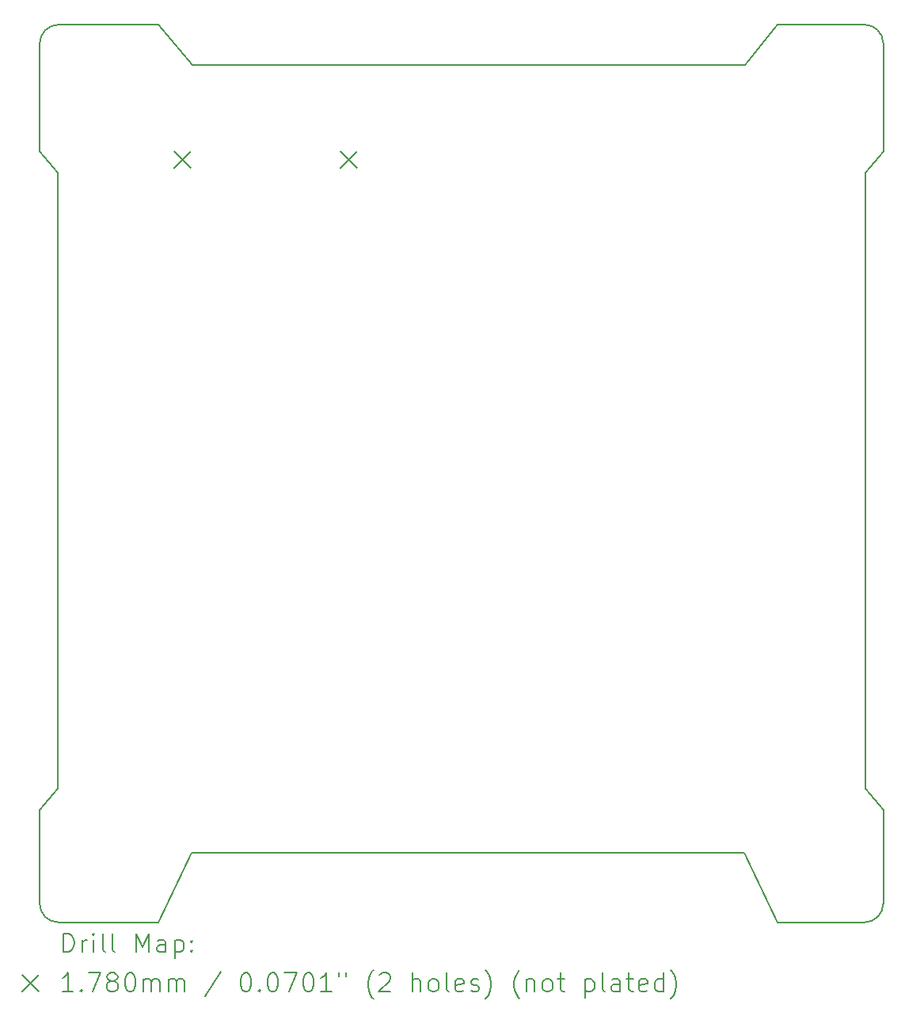
<source format=gbr>
%TF.GenerationSoftware,KiCad,Pcbnew,8.0.8*%
%TF.CreationDate,2025-03-18T17:19:40-07:00*%
%TF.ProjectId,MPPT_addon_board,4d505054-5f61-4646-946f-6e5f626f6172,1.4*%
%TF.SameCoordinates,Original*%
%TF.FileFunction,Drillmap*%
%TF.FilePolarity,Positive*%
%FSLAX45Y45*%
G04 Gerber Fmt 4.5, Leading zero omitted, Abs format (unit mm)*
G04 Created by KiCad (PCBNEW 8.0.8) date 2025-03-18 17:19:40*
%MOMM*%
%LPD*%
G01*
G04 APERTURE LIST*
%ADD10C,0.150000*%
%ADD11C,0.200000*%
%ADD12C,0.178000*%
G04 APERTURE END LIST*
D10*
X18850000Y-5450000D02*
X18850000Y-6600000D01*
X18660000Y-6830000D02*
X18660000Y-13410000D01*
X18650000Y-5250000D02*
G75*
G02*
X18850000Y-5450000I0J-200000D01*
G01*
X18850000Y-13640000D02*
X18850000Y-14640000D01*
X18650000Y-5250000D02*
X17720000Y-5250000D01*
X11100000Y-5250000D02*
X10030000Y-5250000D01*
X17360000Y-14100000D02*
X17720000Y-14840000D01*
X9830000Y-13640000D02*
X9830000Y-14640000D01*
X9830000Y-5450000D02*
X9830000Y-6600000D01*
X18660000Y-6830000D02*
X18850000Y-6600000D01*
X11450000Y-14100000D02*
X11100000Y-14840000D01*
X11460000Y-5680000D02*
X17370000Y-5680000D01*
X18660000Y-13410000D02*
X18850000Y-13640000D01*
X10020000Y-6830000D02*
X9830000Y-6600000D01*
X17720000Y-5250000D02*
X17370000Y-5680000D01*
X11460000Y-5680000D02*
X11100000Y-5250000D01*
X9830000Y-5450000D02*
G75*
G02*
X10030000Y-5250000I200000J0D01*
G01*
X10020000Y-13410000D02*
X10020000Y-6830000D01*
X10030000Y-14840000D02*
G75*
G02*
X9830000Y-14640000I0J200000D01*
G01*
X17360000Y-14100000D02*
X11450000Y-14100000D01*
X11100000Y-14840000D02*
X10030000Y-14840000D01*
X18650000Y-14840000D02*
X17720000Y-14840000D01*
X10020000Y-13410000D02*
X9830000Y-13640000D01*
X18850000Y-14640000D02*
G75*
G02*
X18650000Y-14840000I-200000J0D01*
G01*
D11*
D12*
X11265000Y-6606000D02*
X11443000Y-6784000D01*
X11443000Y-6606000D02*
X11265000Y-6784000D01*
X13043000Y-6606000D02*
X13221000Y-6784000D01*
X13221000Y-6606000D02*
X13043000Y-6784000D01*
D11*
X10083277Y-15158984D02*
X10083277Y-14958984D01*
X10083277Y-14958984D02*
X10130896Y-14958984D01*
X10130896Y-14958984D02*
X10159467Y-14968508D01*
X10159467Y-14968508D02*
X10178515Y-14987555D01*
X10178515Y-14987555D02*
X10188039Y-15006603D01*
X10188039Y-15006603D02*
X10197563Y-15044698D01*
X10197563Y-15044698D02*
X10197563Y-15073269D01*
X10197563Y-15073269D02*
X10188039Y-15111365D01*
X10188039Y-15111365D02*
X10178515Y-15130412D01*
X10178515Y-15130412D02*
X10159467Y-15149460D01*
X10159467Y-15149460D02*
X10130896Y-15158984D01*
X10130896Y-15158984D02*
X10083277Y-15158984D01*
X10283277Y-15158984D02*
X10283277Y-15025650D01*
X10283277Y-15063746D02*
X10292801Y-15044698D01*
X10292801Y-15044698D02*
X10302324Y-15035174D01*
X10302324Y-15035174D02*
X10321372Y-15025650D01*
X10321372Y-15025650D02*
X10340420Y-15025650D01*
X10407086Y-15158984D02*
X10407086Y-15025650D01*
X10407086Y-14958984D02*
X10397563Y-14968508D01*
X10397563Y-14968508D02*
X10407086Y-14978031D01*
X10407086Y-14978031D02*
X10416610Y-14968508D01*
X10416610Y-14968508D02*
X10407086Y-14958984D01*
X10407086Y-14958984D02*
X10407086Y-14978031D01*
X10530896Y-15158984D02*
X10511848Y-15149460D01*
X10511848Y-15149460D02*
X10502324Y-15130412D01*
X10502324Y-15130412D02*
X10502324Y-14958984D01*
X10635658Y-15158984D02*
X10616610Y-15149460D01*
X10616610Y-15149460D02*
X10607086Y-15130412D01*
X10607086Y-15130412D02*
X10607086Y-14958984D01*
X10864229Y-15158984D02*
X10864229Y-14958984D01*
X10864229Y-14958984D02*
X10930896Y-15101841D01*
X10930896Y-15101841D02*
X10997563Y-14958984D01*
X10997563Y-14958984D02*
X10997563Y-15158984D01*
X11178515Y-15158984D02*
X11178515Y-15054222D01*
X11178515Y-15054222D02*
X11168991Y-15035174D01*
X11168991Y-15035174D02*
X11149944Y-15025650D01*
X11149944Y-15025650D02*
X11111848Y-15025650D01*
X11111848Y-15025650D02*
X11092801Y-15035174D01*
X11178515Y-15149460D02*
X11159467Y-15158984D01*
X11159467Y-15158984D02*
X11111848Y-15158984D01*
X11111848Y-15158984D02*
X11092801Y-15149460D01*
X11092801Y-15149460D02*
X11083277Y-15130412D01*
X11083277Y-15130412D02*
X11083277Y-15111365D01*
X11083277Y-15111365D02*
X11092801Y-15092317D01*
X11092801Y-15092317D02*
X11111848Y-15082793D01*
X11111848Y-15082793D02*
X11159467Y-15082793D01*
X11159467Y-15082793D02*
X11178515Y-15073269D01*
X11273753Y-15025650D02*
X11273753Y-15225650D01*
X11273753Y-15035174D02*
X11292801Y-15025650D01*
X11292801Y-15025650D02*
X11330896Y-15025650D01*
X11330896Y-15025650D02*
X11349943Y-15035174D01*
X11349943Y-15035174D02*
X11359467Y-15044698D01*
X11359467Y-15044698D02*
X11368991Y-15063746D01*
X11368991Y-15063746D02*
X11368991Y-15120888D01*
X11368991Y-15120888D02*
X11359467Y-15139936D01*
X11359467Y-15139936D02*
X11349943Y-15149460D01*
X11349943Y-15149460D02*
X11330896Y-15158984D01*
X11330896Y-15158984D02*
X11292801Y-15158984D01*
X11292801Y-15158984D02*
X11273753Y-15149460D01*
X11454705Y-15139936D02*
X11464229Y-15149460D01*
X11464229Y-15149460D02*
X11454705Y-15158984D01*
X11454705Y-15158984D02*
X11445182Y-15149460D01*
X11445182Y-15149460D02*
X11454705Y-15139936D01*
X11454705Y-15139936D02*
X11454705Y-15158984D01*
X11454705Y-15035174D02*
X11464229Y-15044698D01*
X11464229Y-15044698D02*
X11454705Y-15054222D01*
X11454705Y-15054222D02*
X11445182Y-15044698D01*
X11445182Y-15044698D02*
X11454705Y-15035174D01*
X11454705Y-15035174D02*
X11454705Y-15054222D01*
D12*
X9644500Y-15398500D02*
X9822500Y-15576500D01*
X9822500Y-15398500D02*
X9644500Y-15576500D01*
D11*
X10188039Y-15578984D02*
X10073753Y-15578984D01*
X10130896Y-15578984D02*
X10130896Y-15378984D01*
X10130896Y-15378984D02*
X10111848Y-15407555D01*
X10111848Y-15407555D02*
X10092801Y-15426603D01*
X10092801Y-15426603D02*
X10073753Y-15436127D01*
X10273753Y-15559936D02*
X10283277Y-15569460D01*
X10283277Y-15569460D02*
X10273753Y-15578984D01*
X10273753Y-15578984D02*
X10264229Y-15569460D01*
X10264229Y-15569460D02*
X10273753Y-15559936D01*
X10273753Y-15559936D02*
X10273753Y-15578984D01*
X10349944Y-15378984D02*
X10483277Y-15378984D01*
X10483277Y-15378984D02*
X10397563Y-15578984D01*
X10588039Y-15464698D02*
X10568991Y-15455174D01*
X10568991Y-15455174D02*
X10559467Y-15445650D01*
X10559467Y-15445650D02*
X10549944Y-15426603D01*
X10549944Y-15426603D02*
X10549944Y-15417079D01*
X10549944Y-15417079D02*
X10559467Y-15398031D01*
X10559467Y-15398031D02*
X10568991Y-15388508D01*
X10568991Y-15388508D02*
X10588039Y-15378984D01*
X10588039Y-15378984D02*
X10626134Y-15378984D01*
X10626134Y-15378984D02*
X10645182Y-15388508D01*
X10645182Y-15388508D02*
X10654705Y-15398031D01*
X10654705Y-15398031D02*
X10664229Y-15417079D01*
X10664229Y-15417079D02*
X10664229Y-15426603D01*
X10664229Y-15426603D02*
X10654705Y-15445650D01*
X10654705Y-15445650D02*
X10645182Y-15455174D01*
X10645182Y-15455174D02*
X10626134Y-15464698D01*
X10626134Y-15464698D02*
X10588039Y-15464698D01*
X10588039Y-15464698D02*
X10568991Y-15474222D01*
X10568991Y-15474222D02*
X10559467Y-15483746D01*
X10559467Y-15483746D02*
X10549944Y-15502793D01*
X10549944Y-15502793D02*
X10549944Y-15540888D01*
X10549944Y-15540888D02*
X10559467Y-15559936D01*
X10559467Y-15559936D02*
X10568991Y-15569460D01*
X10568991Y-15569460D02*
X10588039Y-15578984D01*
X10588039Y-15578984D02*
X10626134Y-15578984D01*
X10626134Y-15578984D02*
X10645182Y-15569460D01*
X10645182Y-15569460D02*
X10654705Y-15559936D01*
X10654705Y-15559936D02*
X10664229Y-15540888D01*
X10664229Y-15540888D02*
X10664229Y-15502793D01*
X10664229Y-15502793D02*
X10654705Y-15483746D01*
X10654705Y-15483746D02*
X10645182Y-15474222D01*
X10645182Y-15474222D02*
X10626134Y-15464698D01*
X10788039Y-15378984D02*
X10807086Y-15378984D01*
X10807086Y-15378984D02*
X10826134Y-15388508D01*
X10826134Y-15388508D02*
X10835658Y-15398031D01*
X10835658Y-15398031D02*
X10845182Y-15417079D01*
X10845182Y-15417079D02*
X10854705Y-15455174D01*
X10854705Y-15455174D02*
X10854705Y-15502793D01*
X10854705Y-15502793D02*
X10845182Y-15540888D01*
X10845182Y-15540888D02*
X10835658Y-15559936D01*
X10835658Y-15559936D02*
X10826134Y-15569460D01*
X10826134Y-15569460D02*
X10807086Y-15578984D01*
X10807086Y-15578984D02*
X10788039Y-15578984D01*
X10788039Y-15578984D02*
X10768991Y-15569460D01*
X10768991Y-15569460D02*
X10759467Y-15559936D01*
X10759467Y-15559936D02*
X10749944Y-15540888D01*
X10749944Y-15540888D02*
X10740420Y-15502793D01*
X10740420Y-15502793D02*
X10740420Y-15455174D01*
X10740420Y-15455174D02*
X10749944Y-15417079D01*
X10749944Y-15417079D02*
X10759467Y-15398031D01*
X10759467Y-15398031D02*
X10768991Y-15388508D01*
X10768991Y-15388508D02*
X10788039Y-15378984D01*
X10940420Y-15578984D02*
X10940420Y-15445650D01*
X10940420Y-15464698D02*
X10949944Y-15455174D01*
X10949944Y-15455174D02*
X10968991Y-15445650D01*
X10968991Y-15445650D02*
X10997563Y-15445650D01*
X10997563Y-15445650D02*
X11016610Y-15455174D01*
X11016610Y-15455174D02*
X11026134Y-15474222D01*
X11026134Y-15474222D02*
X11026134Y-15578984D01*
X11026134Y-15474222D02*
X11035658Y-15455174D01*
X11035658Y-15455174D02*
X11054705Y-15445650D01*
X11054705Y-15445650D02*
X11083277Y-15445650D01*
X11083277Y-15445650D02*
X11102325Y-15455174D01*
X11102325Y-15455174D02*
X11111848Y-15474222D01*
X11111848Y-15474222D02*
X11111848Y-15578984D01*
X11207086Y-15578984D02*
X11207086Y-15445650D01*
X11207086Y-15464698D02*
X11216610Y-15455174D01*
X11216610Y-15455174D02*
X11235658Y-15445650D01*
X11235658Y-15445650D02*
X11264229Y-15445650D01*
X11264229Y-15445650D02*
X11283277Y-15455174D01*
X11283277Y-15455174D02*
X11292801Y-15474222D01*
X11292801Y-15474222D02*
X11292801Y-15578984D01*
X11292801Y-15474222D02*
X11302324Y-15455174D01*
X11302324Y-15455174D02*
X11321372Y-15445650D01*
X11321372Y-15445650D02*
X11349943Y-15445650D01*
X11349943Y-15445650D02*
X11368991Y-15455174D01*
X11368991Y-15455174D02*
X11378515Y-15474222D01*
X11378515Y-15474222D02*
X11378515Y-15578984D01*
X11768991Y-15369460D02*
X11597563Y-15626603D01*
X12026134Y-15378984D02*
X12045182Y-15378984D01*
X12045182Y-15378984D02*
X12064229Y-15388508D01*
X12064229Y-15388508D02*
X12073753Y-15398031D01*
X12073753Y-15398031D02*
X12083277Y-15417079D01*
X12083277Y-15417079D02*
X12092801Y-15455174D01*
X12092801Y-15455174D02*
X12092801Y-15502793D01*
X12092801Y-15502793D02*
X12083277Y-15540888D01*
X12083277Y-15540888D02*
X12073753Y-15559936D01*
X12073753Y-15559936D02*
X12064229Y-15569460D01*
X12064229Y-15569460D02*
X12045182Y-15578984D01*
X12045182Y-15578984D02*
X12026134Y-15578984D01*
X12026134Y-15578984D02*
X12007086Y-15569460D01*
X12007086Y-15569460D02*
X11997563Y-15559936D01*
X11997563Y-15559936D02*
X11988039Y-15540888D01*
X11988039Y-15540888D02*
X11978515Y-15502793D01*
X11978515Y-15502793D02*
X11978515Y-15455174D01*
X11978515Y-15455174D02*
X11988039Y-15417079D01*
X11988039Y-15417079D02*
X11997563Y-15398031D01*
X11997563Y-15398031D02*
X12007086Y-15388508D01*
X12007086Y-15388508D02*
X12026134Y-15378984D01*
X12178515Y-15559936D02*
X12188039Y-15569460D01*
X12188039Y-15569460D02*
X12178515Y-15578984D01*
X12178515Y-15578984D02*
X12168991Y-15569460D01*
X12168991Y-15569460D02*
X12178515Y-15559936D01*
X12178515Y-15559936D02*
X12178515Y-15578984D01*
X12311848Y-15378984D02*
X12330896Y-15378984D01*
X12330896Y-15378984D02*
X12349944Y-15388508D01*
X12349944Y-15388508D02*
X12359467Y-15398031D01*
X12359467Y-15398031D02*
X12368991Y-15417079D01*
X12368991Y-15417079D02*
X12378515Y-15455174D01*
X12378515Y-15455174D02*
X12378515Y-15502793D01*
X12378515Y-15502793D02*
X12368991Y-15540888D01*
X12368991Y-15540888D02*
X12359467Y-15559936D01*
X12359467Y-15559936D02*
X12349944Y-15569460D01*
X12349944Y-15569460D02*
X12330896Y-15578984D01*
X12330896Y-15578984D02*
X12311848Y-15578984D01*
X12311848Y-15578984D02*
X12292801Y-15569460D01*
X12292801Y-15569460D02*
X12283277Y-15559936D01*
X12283277Y-15559936D02*
X12273753Y-15540888D01*
X12273753Y-15540888D02*
X12264229Y-15502793D01*
X12264229Y-15502793D02*
X12264229Y-15455174D01*
X12264229Y-15455174D02*
X12273753Y-15417079D01*
X12273753Y-15417079D02*
X12283277Y-15398031D01*
X12283277Y-15398031D02*
X12292801Y-15388508D01*
X12292801Y-15388508D02*
X12311848Y-15378984D01*
X12445182Y-15378984D02*
X12578515Y-15378984D01*
X12578515Y-15378984D02*
X12492801Y-15578984D01*
X12692801Y-15378984D02*
X12711848Y-15378984D01*
X12711848Y-15378984D02*
X12730896Y-15388508D01*
X12730896Y-15388508D02*
X12740420Y-15398031D01*
X12740420Y-15398031D02*
X12749944Y-15417079D01*
X12749944Y-15417079D02*
X12759467Y-15455174D01*
X12759467Y-15455174D02*
X12759467Y-15502793D01*
X12759467Y-15502793D02*
X12749944Y-15540888D01*
X12749944Y-15540888D02*
X12740420Y-15559936D01*
X12740420Y-15559936D02*
X12730896Y-15569460D01*
X12730896Y-15569460D02*
X12711848Y-15578984D01*
X12711848Y-15578984D02*
X12692801Y-15578984D01*
X12692801Y-15578984D02*
X12673753Y-15569460D01*
X12673753Y-15569460D02*
X12664229Y-15559936D01*
X12664229Y-15559936D02*
X12654706Y-15540888D01*
X12654706Y-15540888D02*
X12645182Y-15502793D01*
X12645182Y-15502793D02*
X12645182Y-15455174D01*
X12645182Y-15455174D02*
X12654706Y-15417079D01*
X12654706Y-15417079D02*
X12664229Y-15398031D01*
X12664229Y-15398031D02*
X12673753Y-15388508D01*
X12673753Y-15388508D02*
X12692801Y-15378984D01*
X12949944Y-15578984D02*
X12835658Y-15578984D01*
X12892801Y-15578984D02*
X12892801Y-15378984D01*
X12892801Y-15378984D02*
X12873753Y-15407555D01*
X12873753Y-15407555D02*
X12854706Y-15426603D01*
X12854706Y-15426603D02*
X12835658Y-15436127D01*
X13026134Y-15378984D02*
X13026134Y-15417079D01*
X13102325Y-15378984D02*
X13102325Y-15417079D01*
X13397563Y-15655174D02*
X13388039Y-15645650D01*
X13388039Y-15645650D02*
X13368991Y-15617079D01*
X13368991Y-15617079D02*
X13359468Y-15598031D01*
X13359468Y-15598031D02*
X13349944Y-15569460D01*
X13349944Y-15569460D02*
X13340420Y-15521841D01*
X13340420Y-15521841D02*
X13340420Y-15483746D01*
X13340420Y-15483746D02*
X13349944Y-15436127D01*
X13349944Y-15436127D02*
X13359468Y-15407555D01*
X13359468Y-15407555D02*
X13368991Y-15388508D01*
X13368991Y-15388508D02*
X13388039Y-15359936D01*
X13388039Y-15359936D02*
X13397563Y-15350412D01*
X13464229Y-15398031D02*
X13473753Y-15388508D01*
X13473753Y-15388508D02*
X13492801Y-15378984D01*
X13492801Y-15378984D02*
X13540420Y-15378984D01*
X13540420Y-15378984D02*
X13559468Y-15388508D01*
X13559468Y-15388508D02*
X13568991Y-15398031D01*
X13568991Y-15398031D02*
X13578515Y-15417079D01*
X13578515Y-15417079D02*
X13578515Y-15436127D01*
X13578515Y-15436127D02*
X13568991Y-15464698D01*
X13568991Y-15464698D02*
X13454706Y-15578984D01*
X13454706Y-15578984D02*
X13578515Y-15578984D01*
X13816610Y-15578984D02*
X13816610Y-15378984D01*
X13902325Y-15578984D02*
X13902325Y-15474222D01*
X13902325Y-15474222D02*
X13892801Y-15455174D01*
X13892801Y-15455174D02*
X13873753Y-15445650D01*
X13873753Y-15445650D02*
X13845182Y-15445650D01*
X13845182Y-15445650D02*
X13826134Y-15455174D01*
X13826134Y-15455174D02*
X13816610Y-15464698D01*
X14026134Y-15578984D02*
X14007087Y-15569460D01*
X14007087Y-15569460D02*
X13997563Y-15559936D01*
X13997563Y-15559936D02*
X13988039Y-15540888D01*
X13988039Y-15540888D02*
X13988039Y-15483746D01*
X13988039Y-15483746D02*
X13997563Y-15464698D01*
X13997563Y-15464698D02*
X14007087Y-15455174D01*
X14007087Y-15455174D02*
X14026134Y-15445650D01*
X14026134Y-15445650D02*
X14054706Y-15445650D01*
X14054706Y-15445650D02*
X14073753Y-15455174D01*
X14073753Y-15455174D02*
X14083277Y-15464698D01*
X14083277Y-15464698D02*
X14092801Y-15483746D01*
X14092801Y-15483746D02*
X14092801Y-15540888D01*
X14092801Y-15540888D02*
X14083277Y-15559936D01*
X14083277Y-15559936D02*
X14073753Y-15569460D01*
X14073753Y-15569460D02*
X14054706Y-15578984D01*
X14054706Y-15578984D02*
X14026134Y-15578984D01*
X14207087Y-15578984D02*
X14188039Y-15569460D01*
X14188039Y-15569460D02*
X14178515Y-15550412D01*
X14178515Y-15550412D02*
X14178515Y-15378984D01*
X14359468Y-15569460D02*
X14340420Y-15578984D01*
X14340420Y-15578984D02*
X14302325Y-15578984D01*
X14302325Y-15578984D02*
X14283277Y-15569460D01*
X14283277Y-15569460D02*
X14273753Y-15550412D01*
X14273753Y-15550412D02*
X14273753Y-15474222D01*
X14273753Y-15474222D02*
X14283277Y-15455174D01*
X14283277Y-15455174D02*
X14302325Y-15445650D01*
X14302325Y-15445650D02*
X14340420Y-15445650D01*
X14340420Y-15445650D02*
X14359468Y-15455174D01*
X14359468Y-15455174D02*
X14368991Y-15474222D01*
X14368991Y-15474222D02*
X14368991Y-15493269D01*
X14368991Y-15493269D02*
X14273753Y-15512317D01*
X14445182Y-15569460D02*
X14464230Y-15578984D01*
X14464230Y-15578984D02*
X14502325Y-15578984D01*
X14502325Y-15578984D02*
X14521372Y-15569460D01*
X14521372Y-15569460D02*
X14530896Y-15550412D01*
X14530896Y-15550412D02*
X14530896Y-15540888D01*
X14530896Y-15540888D02*
X14521372Y-15521841D01*
X14521372Y-15521841D02*
X14502325Y-15512317D01*
X14502325Y-15512317D02*
X14473753Y-15512317D01*
X14473753Y-15512317D02*
X14454706Y-15502793D01*
X14454706Y-15502793D02*
X14445182Y-15483746D01*
X14445182Y-15483746D02*
X14445182Y-15474222D01*
X14445182Y-15474222D02*
X14454706Y-15455174D01*
X14454706Y-15455174D02*
X14473753Y-15445650D01*
X14473753Y-15445650D02*
X14502325Y-15445650D01*
X14502325Y-15445650D02*
X14521372Y-15455174D01*
X14597563Y-15655174D02*
X14607087Y-15645650D01*
X14607087Y-15645650D02*
X14626134Y-15617079D01*
X14626134Y-15617079D02*
X14635658Y-15598031D01*
X14635658Y-15598031D02*
X14645182Y-15569460D01*
X14645182Y-15569460D02*
X14654706Y-15521841D01*
X14654706Y-15521841D02*
X14654706Y-15483746D01*
X14654706Y-15483746D02*
X14645182Y-15436127D01*
X14645182Y-15436127D02*
X14635658Y-15407555D01*
X14635658Y-15407555D02*
X14626134Y-15388508D01*
X14626134Y-15388508D02*
X14607087Y-15359936D01*
X14607087Y-15359936D02*
X14597563Y-15350412D01*
X14959468Y-15655174D02*
X14949944Y-15645650D01*
X14949944Y-15645650D02*
X14930896Y-15617079D01*
X14930896Y-15617079D02*
X14921372Y-15598031D01*
X14921372Y-15598031D02*
X14911849Y-15569460D01*
X14911849Y-15569460D02*
X14902325Y-15521841D01*
X14902325Y-15521841D02*
X14902325Y-15483746D01*
X14902325Y-15483746D02*
X14911849Y-15436127D01*
X14911849Y-15436127D02*
X14921372Y-15407555D01*
X14921372Y-15407555D02*
X14930896Y-15388508D01*
X14930896Y-15388508D02*
X14949944Y-15359936D01*
X14949944Y-15359936D02*
X14959468Y-15350412D01*
X15035658Y-15445650D02*
X15035658Y-15578984D01*
X15035658Y-15464698D02*
X15045182Y-15455174D01*
X15045182Y-15455174D02*
X15064230Y-15445650D01*
X15064230Y-15445650D02*
X15092801Y-15445650D01*
X15092801Y-15445650D02*
X15111849Y-15455174D01*
X15111849Y-15455174D02*
X15121372Y-15474222D01*
X15121372Y-15474222D02*
X15121372Y-15578984D01*
X15245182Y-15578984D02*
X15226134Y-15569460D01*
X15226134Y-15569460D02*
X15216611Y-15559936D01*
X15216611Y-15559936D02*
X15207087Y-15540888D01*
X15207087Y-15540888D02*
X15207087Y-15483746D01*
X15207087Y-15483746D02*
X15216611Y-15464698D01*
X15216611Y-15464698D02*
X15226134Y-15455174D01*
X15226134Y-15455174D02*
X15245182Y-15445650D01*
X15245182Y-15445650D02*
X15273753Y-15445650D01*
X15273753Y-15445650D02*
X15292801Y-15455174D01*
X15292801Y-15455174D02*
X15302325Y-15464698D01*
X15302325Y-15464698D02*
X15311849Y-15483746D01*
X15311849Y-15483746D02*
X15311849Y-15540888D01*
X15311849Y-15540888D02*
X15302325Y-15559936D01*
X15302325Y-15559936D02*
X15292801Y-15569460D01*
X15292801Y-15569460D02*
X15273753Y-15578984D01*
X15273753Y-15578984D02*
X15245182Y-15578984D01*
X15368992Y-15445650D02*
X15445182Y-15445650D01*
X15397563Y-15378984D02*
X15397563Y-15550412D01*
X15397563Y-15550412D02*
X15407087Y-15569460D01*
X15407087Y-15569460D02*
X15426134Y-15578984D01*
X15426134Y-15578984D02*
X15445182Y-15578984D01*
X15664230Y-15445650D02*
X15664230Y-15645650D01*
X15664230Y-15455174D02*
X15683277Y-15445650D01*
X15683277Y-15445650D02*
X15721373Y-15445650D01*
X15721373Y-15445650D02*
X15740420Y-15455174D01*
X15740420Y-15455174D02*
X15749944Y-15464698D01*
X15749944Y-15464698D02*
X15759468Y-15483746D01*
X15759468Y-15483746D02*
X15759468Y-15540888D01*
X15759468Y-15540888D02*
X15749944Y-15559936D01*
X15749944Y-15559936D02*
X15740420Y-15569460D01*
X15740420Y-15569460D02*
X15721373Y-15578984D01*
X15721373Y-15578984D02*
X15683277Y-15578984D01*
X15683277Y-15578984D02*
X15664230Y-15569460D01*
X15873753Y-15578984D02*
X15854706Y-15569460D01*
X15854706Y-15569460D02*
X15845182Y-15550412D01*
X15845182Y-15550412D02*
X15845182Y-15378984D01*
X16035658Y-15578984D02*
X16035658Y-15474222D01*
X16035658Y-15474222D02*
X16026134Y-15455174D01*
X16026134Y-15455174D02*
X16007087Y-15445650D01*
X16007087Y-15445650D02*
X15968992Y-15445650D01*
X15968992Y-15445650D02*
X15949944Y-15455174D01*
X16035658Y-15569460D02*
X16016611Y-15578984D01*
X16016611Y-15578984D02*
X15968992Y-15578984D01*
X15968992Y-15578984D02*
X15949944Y-15569460D01*
X15949944Y-15569460D02*
X15940420Y-15550412D01*
X15940420Y-15550412D02*
X15940420Y-15531365D01*
X15940420Y-15531365D02*
X15949944Y-15512317D01*
X15949944Y-15512317D02*
X15968992Y-15502793D01*
X15968992Y-15502793D02*
X16016611Y-15502793D01*
X16016611Y-15502793D02*
X16035658Y-15493269D01*
X16102325Y-15445650D02*
X16178515Y-15445650D01*
X16130896Y-15378984D02*
X16130896Y-15550412D01*
X16130896Y-15550412D02*
X16140420Y-15569460D01*
X16140420Y-15569460D02*
X16159468Y-15578984D01*
X16159468Y-15578984D02*
X16178515Y-15578984D01*
X16321373Y-15569460D02*
X16302325Y-15578984D01*
X16302325Y-15578984D02*
X16264230Y-15578984D01*
X16264230Y-15578984D02*
X16245182Y-15569460D01*
X16245182Y-15569460D02*
X16235658Y-15550412D01*
X16235658Y-15550412D02*
X16235658Y-15474222D01*
X16235658Y-15474222D02*
X16245182Y-15455174D01*
X16245182Y-15455174D02*
X16264230Y-15445650D01*
X16264230Y-15445650D02*
X16302325Y-15445650D01*
X16302325Y-15445650D02*
X16321373Y-15455174D01*
X16321373Y-15455174D02*
X16330896Y-15474222D01*
X16330896Y-15474222D02*
X16330896Y-15493269D01*
X16330896Y-15493269D02*
X16235658Y-15512317D01*
X16502325Y-15578984D02*
X16502325Y-15378984D01*
X16502325Y-15569460D02*
X16483277Y-15578984D01*
X16483277Y-15578984D02*
X16445182Y-15578984D01*
X16445182Y-15578984D02*
X16426134Y-15569460D01*
X16426134Y-15569460D02*
X16416611Y-15559936D01*
X16416611Y-15559936D02*
X16407087Y-15540888D01*
X16407087Y-15540888D02*
X16407087Y-15483746D01*
X16407087Y-15483746D02*
X16416611Y-15464698D01*
X16416611Y-15464698D02*
X16426134Y-15455174D01*
X16426134Y-15455174D02*
X16445182Y-15445650D01*
X16445182Y-15445650D02*
X16483277Y-15445650D01*
X16483277Y-15445650D02*
X16502325Y-15455174D01*
X16578515Y-15655174D02*
X16588039Y-15645650D01*
X16588039Y-15645650D02*
X16607087Y-15617079D01*
X16607087Y-15617079D02*
X16616611Y-15598031D01*
X16616611Y-15598031D02*
X16626134Y-15569460D01*
X16626134Y-15569460D02*
X16635658Y-15521841D01*
X16635658Y-15521841D02*
X16635658Y-15483746D01*
X16635658Y-15483746D02*
X16626134Y-15436127D01*
X16626134Y-15436127D02*
X16616611Y-15407555D01*
X16616611Y-15407555D02*
X16607087Y-15388508D01*
X16607087Y-15388508D02*
X16588039Y-15359936D01*
X16588039Y-15359936D02*
X16578515Y-15350412D01*
M02*

</source>
